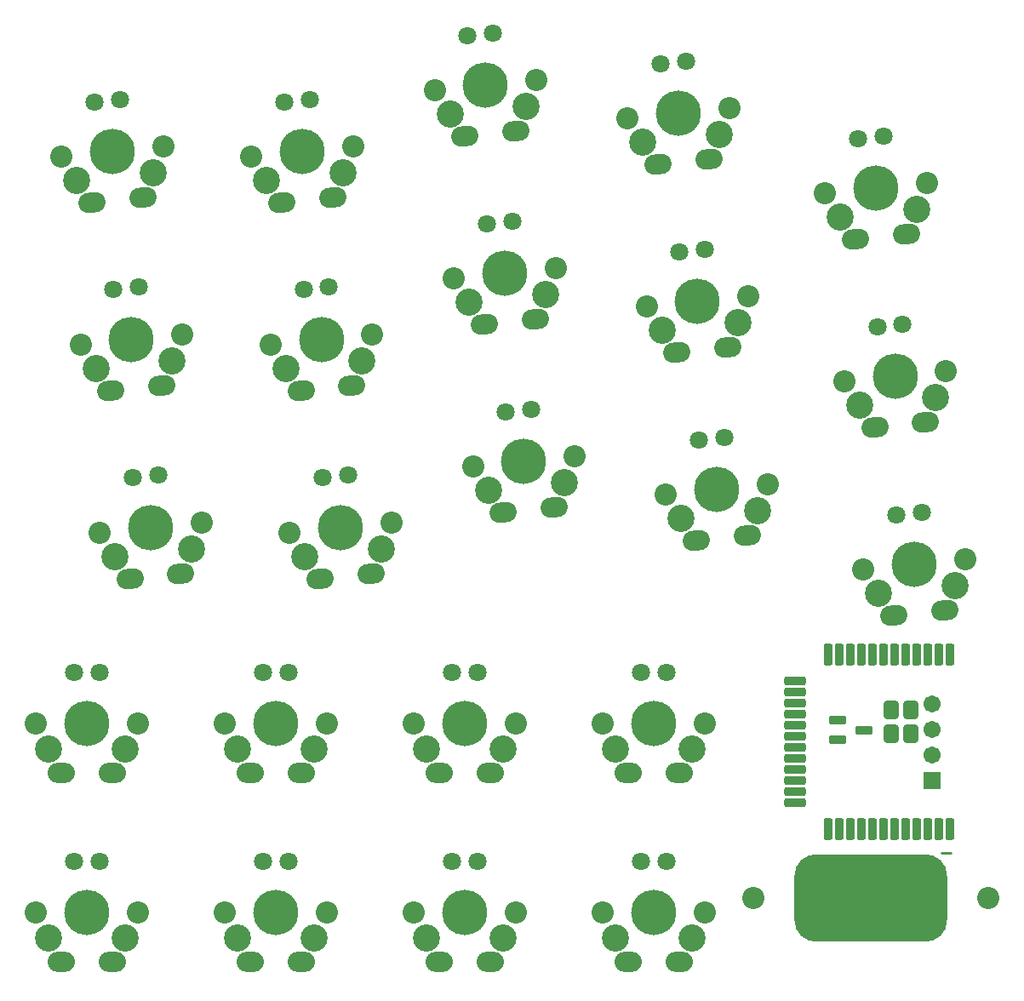
<source format=gbs>
%FSAX24Y24*%
%MOIN*%
G70*
G01*
G75*
G04 Layer_Color=16711935*
G04:AMPARAMS|DCode=10|XSize=590.6mil|YSize=334.6mil|CornerRadius=83.7mil|HoleSize=0mil|Usage=FLASHONLY|Rotation=0.000|XOffset=0mil|YOffset=0mil|HoleType=Round|Shape=RoundedRectangle|*
%AMROUNDEDRECTD10*
21,1,0.5906,0.1673,0,0,0.0*
21,1,0.4232,0.3346,0,0,0.0*
1,1,0.1673,0.2116,-0.0837*
1,1,0.1673,-0.2116,-0.0837*
1,1,0.1673,-0.2116,0.0837*
1,1,0.1673,0.2116,0.0837*
%
%ADD10ROUNDEDRECTD10*%
G04:AMPARAMS|DCode=11|XSize=53.2mil|YSize=66.9mil|CornerRadius=13.3mil|HoleSize=0mil|Usage=FLASHONLY|Rotation=180.000|XOffset=0mil|YOffset=0mil|HoleType=Round|Shape=RoundedRectangle|*
%AMROUNDEDRECTD11*
21,1,0.0532,0.0404,0,0,180.0*
21,1,0.0266,0.0669,0,0,180.0*
1,1,0.0266,-0.0133,0.0202*
1,1,0.0266,0.0133,0.0202*
1,1,0.0266,0.0133,-0.0202*
1,1,0.0266,-0.0133,-0.0202*
%
%ADD11ROUNDEDRECTD11*%
G04:AMPARAMS|DCode=12|XSize=25.6mil|YSize=61mil|CornerRadius=6.4mil|HoleSize=0mil|Usage=FLASHONLY|Rotation=270.000|XOffset=0mil|YOffset=0mil|HoleType=Round|Shape=RoundedRectangle|*
%AMROUNDEDRECTD12*
21,1,0.0256,0.0482,0,0,270.0*
21,1,0.0128,0.0610,0,0,270.0*
1,1,0.0128,-0.0241,-0.0064*
1,1,0.0128,-0.0241,0.0064*
1,1,0.0128,0.0241,0.0064*
1,1,0.0128,0.0241,-0.0064*
%
%ADD12ROUNDEDRECTD12*%
G04:AMPARAMS|DCode=13|XSize=27.6mil|YSize=78.7mil|CornerRadius=6.9mil|HoleSize=0mil|Usage=FLASHONLY|Rotation=180.000|XOffset=0mil|YOffset=0mil|HoleType=Round|Shape=RoundedRectangle|*
%AMROUNDEDRECTD13*
21,1,0.0276,0.0650,0,0,180.0*
21,1,0.0138,0.0787,0,0,180.0*
1,1,0.0138,-0.0069,0.0325*
1,1,0.0138,0.0069,0.0325*
1,1,0.0138,0.0069,-0.0325*
1,1,0.0138,-0.0069,-0.0325*
%
%ADD13ROUNDEDRECTD13*%
G04:AMPARAMS|DCode=14|XSize=27.6mil|YSize=78.7mil|CornerRadius=6.9mil|HoleSize=0mil|Usage=FLASHONLY|Rotation=270.000|XOffset=0mil|YOffset=0mil|HoleType=Round|Shape=RoundedRectangle|*
%AMROUNDEDRECTD14*
21,1,0.0276,0.0650,0,0,270.0*
21,1,0.0138,0.0787,0,0,270.0*
1,1,0.0138,-0.0325,-0.0069*
1,1,0.0138,-0.0325,0.0069*
1,1,0.0138,0.0325,0.0069*
1,1,0.0138,0.0325,-0.0069*
%
%ADD14ROUNDEDRECTD14*%
%ADD15C,0.0100*%
%ADD16C,0.0197*%
%ADD17C,0.0098*%
%ADD18C,0.0669*%
%ADD19C,0.0433*%
%ADD20C,0.0787*%
%ADD21R,0.0591X0.0591*%
%ADD22C,0.0591*%
%ADD23C,0.0630*%
%ADD24C,0.0394*%
%ADD25C,0.1693*%
%ADD26C,0.0984*%
G04:AMPARAMS|DCode=27|XSize=98.4mil|YSize=70.9mil|CornerRadius=0mil|HoleSize=0mil|Usage=FLASHONLY|Rotation=5.800|XOffset=0mil|YOffset=0mil|HoleType=Round|Shape=Round|*
%AMOVALD27*
21,1,0.0276,0.0709,0.0000,0.0000,5.8*
1,1,0.0709,-0.0137,-0.0014*
1,1,0.0709,0.0137,0.0014*
%
%ADD27OVALD27*%

%ADD28O,0.0984X0.0709*%
%ADD29C,0.0236*%
%ADD30C,0.0157*%
G04:AMPARAMS|DCode=31|XSize=598.6mil|YSize=342.6mil|CornerRadius=87.7mil|HoleSize=0mil|Usage=FLASHONLY|Rotation=0.000|XOffset=0mil|YOffset=0mil|HoleType=Round|Shape=RoundedRectangle|*
%AMROUNDEDRECTD31*
21,1,0.5986,0.1673,0,0,0.0*
21,1,0.4232,0.3426,0,0,0.0*
1,1,0.1753,0.2116,-0.0837*
1,1,0.1753,-0.2116,-0.0837*
1,1,0.1753,-0.2116,0.0837*
1,1,0.1753,0.2116,0.0837*
%
%ADD31ROUNDEDRECTD31*%
G04:AMPARAMS|DCode=32|XSize=61.2mil|YSize=74.9mil|CornerRadius=17.3mil|HoleSize=0mil|Usage=FLASHONLY|Rotation=180.000|XOffset=0mil|YOffset=0mil|HoleType=Round|Shape=RoundedRectangle|*
%AMROUNDEDRECTD32*
21,1,0.0612,0.0404,0,0,180.0*
21,1,0.0266,0.0749,0,0,180.0*
1,1,0.0346,-0.0133,0.0202*
1,1,0.0346,0.0133,0.0202*
1,1,0.0346,0.0133,-0.0202*
1,1,0.0346,-0.0133,-0.0202*
%
%ADD32ROUNDEDRECTD32*%
G04:AMPARAMS|DCode=33|XSize=33.6mil|YSize=69mil|CornerRadius=10.4mil|HoleSize=0mil|Usage=FLASHONLY|Rotation=270.000|XOffset=0mil|YOffset=0mil|HoleType=Round|Shape=RoundedRectangle|*
%AMROUNDEDRECTD33*
21,1,0.0336,0.0482,0,0,270.0*
21,1,0.0128,0.0690,0,0,270.0*
1,1,0.0208,-0.0241,-0.0064*
1,1,0.0208,-0.0241,0.0064*
1,1,0.0208,0.0241,0.0064*
1,1,0.0208,0.0241,-0.0064*
%
%ADD33ROUNDEDRECTD33*%
G04:AMPARAMS|DCode=34|XSize=35.6mil|YSize=86.7mil|CornerRadius=10.9mil|HoleSize=0mil|Usage=FLASHONLY|Rotation=180.000|XOffset=0mil|YOffset=0mil|HoleType=Round|Shape=RoundedRectangle|*
%AMROUNDEDRECTD34*
21,1,0.0356,0.0650,0,0,180.0*
21,1,0.0138,0.0867,0,0,180.0*
1,1,0.0218,-0.0069,0.0325*
1,1,0.0218,0.0069,0.0325*
1,1,0.0218,0.0069,-0.0325*
1,1,0.0218,-0.0069,-0.0325*
%
%ADD34ROUNDEDRECTD34*%
G04:AMPARAMS|DCode=35|XSize=35.6mil|YSize=86.7mil|CornerRadius=10.9mil|HoleSize=0mil|Usage=FLASHONLY|Rotation=270.000|XOffset=0mil|YOffset=0mil|HoleType=Round|Shape=RoundedRectangle|*
%AMROUNDEDRECTD35*
21,1,0.0356,0.0650,0,0,270.0*
21,1,0.0138,0.0867,0,0,270.0*
1,1,0.0218,-0.0325,-0.0069*
1,1,0.0218,-0.0325,0.0069*
1,1,0.0218,0.0325,0.0069*
1,1,0.0218,0.0325,-0.0069*
%
%ADD35ROUNDEDRECTD35*%
%ADD36C,0.0867*%
%ADD37R,0.0671X0.0671*%
%ADD38C,0.0671*%
%ADD39C,0.0710*%
%ADD40C,0.1773*%
%ADD41C,0.1064*%
G04:AMPARAMS|DCode=42|XSize=106.4mil|YSize=78.9mil|CornerRadius=0mil|HoleSize=0mil|Usage=FLASHONLY|Rotation=5.800|XOffset=0mil|YOffset=0mil|HoleType=Round|Shape=Round|*
%AMOVALD42*
21,1,0.0276,0.0789,0.0000,0.0000,5.8*
1,1,0.0789,-0.0137,-0.0014*
1,1,0.0789,0.0137,0.0014*
%
%ADD42OVALD42*%

%ADD43O,0.1064X0.0789*%
D17*
X076181Y045079D02*
X076575D01*
D31*
X073425Y043307D02*
D03*
D32*
X075000Y050669D02*
D03*
Y049724D02*
D03*
X074213D02*
D03*
Y050669D02*
D03*
D33*
X072116Y049508D02*
D03*
Y050256D02*
D03*
X073159Y049882D02*
D03*
D34*
X076535Y045984D02*
D03*
X071772D02*
D03*
X075236D02*
D03*
X074803D02*
D03*
X074370D02*
D03*
X073937D02*
D03*
X073504D02*
D03*
X073071D02*
D03*
X072205D02*
D03*
X076102D02*
D03*
X072638D02*
D03*
X075669D02*
D03*
X076102Y052835D02*
D03*
X071772D02*
D03*
X072205D02*
D03*
X072638D02*
D03*
X073071D02*
D03*
X073937D02*
D03*
X074370D02*
D03*
X074803D02*
D03*
X075236D02*
D03*
X075669D02*
D03*
X073504D02*
D03*
X076535D02*
D03*
D35*
X070472Y049193D02*
D03*
Y049626D02*
D03*
Y048327D02*
D03*
Y047028D02*
D03*
Y047461D02*
D03*
Y047894D02*
D03*
Y048760D02*
D03*
Y051358D02*
D03*
Y051791D02*
D03*
Y050492D02*
D03*
Y050925D02*
D03*
Y050059D02*
D03*
D36*
X068819Y043307D02*
D03*
X078032D02*
D03*
X045717Y072743D02*
D03*
X041738Y072338D02*
D03*
X053157Y072743D02*
D03*
X049177Y072338D02*
D03*
X060334Y075331D02*
D03*
X056354Y074927D02*
D03*
X067884Y074238D02*
D03*
X063905Y073834D02*
D03*
X075622Y071305D02*
D03*
X071642Y070900D02*
D03*
X046465Y065379D02*
D03*
X042486Y064975D02*
D03*
X053905Y065379D02*
D03*
X049925Y064975D02*
D03*
X061082Y067968D02*
D03*
X057102Y067564D02*
D03*
X068632Y066875D02*
D03*
X064653Y066471D02*
D03*
X076370Y063941D02*
D03*
X072390Y063537D02*
D03*
X047213Y058015D02*
D03*
X043234Y057611D02*
D03*
X054653Y058015D02*
D03*
X050673Y057611D02*
D03*
X061830Y060604D02*
D03*
X057850Y060200D02*
D03*
X069380Y059511D02*
D03*
X065401Y059107D02*
D03*
X077118Y056577D02*
D03*
X073138Y056173D02*
D03*
X044717Y050118D02*
D03*
X040717D02*
D03*
X052118D02*
D03*
X048118D02*
D03*
X059520D02*
D03*
X055520D02*
D03*
X066921D02*
D03*
X062921D02*
D03*
X044717Y042717D02*
D03*
X040717D02*
D03*
X052118D02*
D03*
X048118D02*
D03*
X059520D02*
D03*
X055520D02*
D03*
X066921D02*
D03*
X062921D02*
D03*
D37*
X075827Y047909D02*
D03*
D38*
Y048909D02*
D03*
Y049909D02*
D03*
Y050909D02*
D03*
D39*
X043028Y074480D02*
D03*
X044023Y074581D02*
D03*
X050468Y074480D02*
D03*
X051462Y074581D02*
D03*
X057644Y077069D02*
D03*
X058639Y077170D02*
D03*
X065195Y075976D02*
D03*
X066190Y076077D02*
D03*
X072933Y073042D02*
D03*
X073927Y073143D02*
D03*
X043776Y067116D02*
D03*
X044771Y067217D02*
D03*
X051216Y067116D02*
D03*
X052210Y067217D02*
D03*
X058392Y069705D02*
D03*
X059387Y069806D02*
D03*
X065943Y068612D02*
D03*
X066938Y068713D02*
D03*
X073681Y065678D02*
D03*
X074675Y065779D02*
D03*
X044524Y059752D02*
D03*
X045519Y059853D02*
D03*
X051964Y059752D02*
D03*
X052958Y059853D02*
D03*
X059140Y062341D02*
D03*
X060135Y062442D02*
D03*
X066691Y061248D02*
D03*
X067686Y061349D02*
D03*
X074429Y058314D02*
D03*
X075423Y058415D02*
D03*
X042217Y052118D02*
D03*
X043217D02*
D03*
X049618D02*
D03*
X050618D02*
D03*
X057020D02*
D03*
X058020D02*
D03*
X064421D02*
D03*
X065421D02*
D03*
X042217Y044717D02*
D03*
X043217D02*
D03*
X049618D02*
D03*
X050618D02*
D03*
X057020D02*
D03*
X058020D02*
D03*
X064421D02*
D03*
X065421D02*
D03*
D40*
X043727Y072541D02*
D03*
X051167Y072540D02*
D03*
X058344Y075129D02*
D03*
X065894Y074036D02*
D03*
X073632Y071102D02*
D03*
X044475Y065177D02*
D03*
X051915Y065177D02*
D03*
X059092Y067766D02*
D03*
X066642Y066673D02*
D03*
X074380Y063739D02*
D03*
X045223Y057813D02*
D03*
X052663Y057813D02*
D03*
X059840Y060402D02*
D03*
X067390Y059309D02*
D03*
X075128Y056375D02*
D03*
X042717Y050118D02*
D03*
X050118D02*
D03*
X057520D02*
D03*
X064921D02*
D03*
X042717Y042717D02*
D03*
X050118D02*
D03*
X057520D02*
D03*
X064921D02*
D03*
D41*
X045321Y071697D02*
D03*
X042336Y071394D02*
D03*
X052760Y071697D02*
D03*
X049776Y071394D02*
D03*
X059937Y074286D02*
D03*
X056953Y073983D02*
D03*
X067488Y073193D02*
D03*
X064503Y072890D02*
D03*
X075226Y070259D02*
D03*
X072241Y069956D02*
D03*
X046069Y064334D02*
D03*
X043084Y064030D02*
D03*
X053508Y064333D02*
D03*
X050524Y064030D02*
D03*
X060685Y066922D02*
D03*
X057701Y066619D02*
D03*
X068236Y065829D02*
D03*
X065251Y065526D02*
D03*
X075973Y062896D02*
D03*
X072989Y062592D02*
D03*
X046817Y056970D02*
D03*
X043832Y056667D02*
D03*
X054256Y056970D02*
D03*
X051272Y056667D02*
D03*
X061433Y059559D02*
D03*
X058448Y059255D02*
D03*
X068984Y058466D02*
D03*
X065999Y058163D02*
D03*
X076721Y055532D02*
D03*
X073737Y055229D02*
D03*
X044217Y049118D02*
D03*
X041217D02*
D03*
X051618D02*
D03*
X048618D02*
D03*
X059020D02*
D03*
X056020D02*
D03*
X066421D02*
D03*
X063421D02*
D03*
X044217Y041717D02*
D03*
X041217D02*
D03*
X051618D02*
D03*
X048618D02*
D03*
X059020D02*
D03*
X056020D02*
D03*
X066421D02*
D03*
X063421D02*
D03*
D42*
X042927Y070529D02*
D03*
X044916Y070731D02*
D03*
X050366Y070529D02*
D03*
X052356Y070731D02*
D03*
X057543Y073118D02*
D03*
X059533Y073320D02*
D03*
X065094Y072025D02*
D03*
X067083Y072227D02*
D03*
X072831Y069091D02*
D03*
X074821Y069293D02*
D03*
X043675Y063166D02*
D03*
X045664Y063368D02*
D03*
X051114Y063165D02*
D03*
X053104Y063368D02*
D03*
X058291Y065754D02*
D03*
X060281Y065957D02*
D03*
X065842Y064661D02*
D03*
X067831Y064864D02*
D03*
X073579Y061728D02*
D03*
X075569Y061930D02*
D03*
X044423Y055802D02*
D03*
X046412Y056004D02*
D03*
X051862Y055802D02*
D03*
X053852Y056004D02*
D03*
X059039Y058391D02*
D03*
X061029Y058593D02*
D03*
X066590Y057298D02*
D03*
X068579Y057500D02*
D03*
X074327Y054364D02*
D03*
X076317Y054566D02*
D03*
D43*
X041717Y048198D02*
D03*
X043717D02*
D03*
X049118D02*
D03*
X051118D02*
D03*
X056520D02*
D03*
X058520D02*
D03*
X063921D02*
D03*
X065921D02*
D03*
X041717Y040797D02*
D03*
X043717D02*
D03*
X049118D02*
D03*
X051118D02*
D03*
X056520D02*
D03*
X058520D02*
D03*
X063921D02*
D03*
X065921D02*
D03*
M02*

</source>
